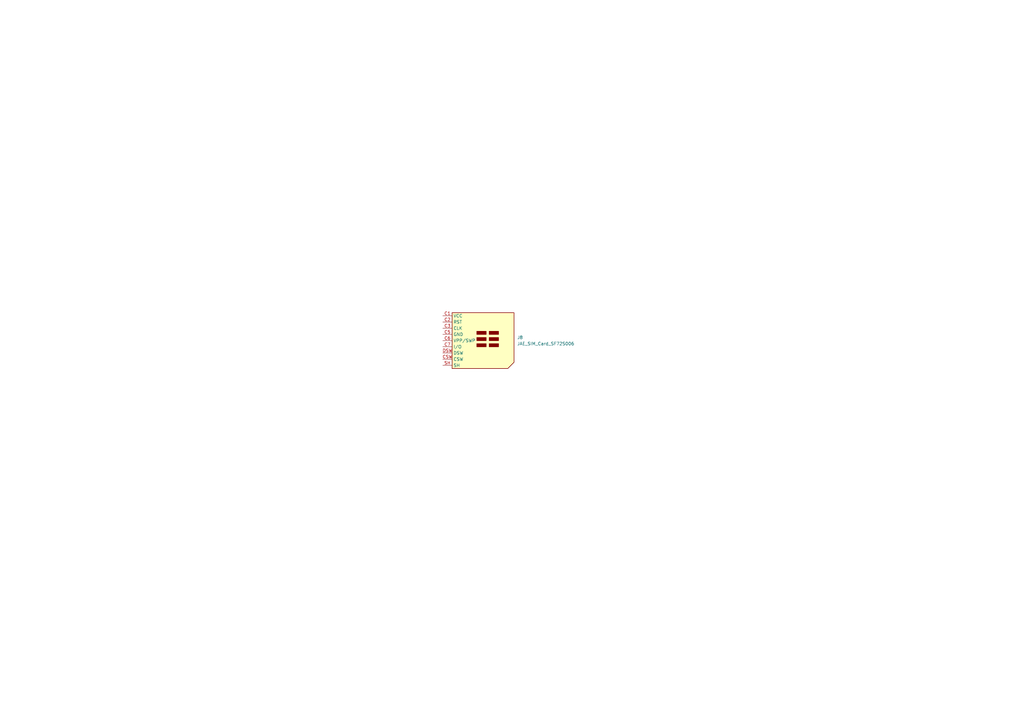
<source format=kicad_sch>
(kicad_sch (version 20250114) (generator "eeschema") (generator_version "9.0")
  (paper "A3")
  (title_block (rev "A"))
  (lib_symbols
    (symbol "Connector:JAE_SIM_Card_SF72S006"
      (property "Reference" "J" (at 5.08 12.7 0))
      (property "Value" "JAE_SIM_Card_SF72S006" (at 30.48 12.7 0))
      (symbol "JAE_SIM_Card_SF72S006_0_1"
        (polyline (pts (xy 3.81 11.43) (xy 3.81 -11.43) (xy 26.67 -11.43) (xy 29.21 -8.89) (xy 29.21 11.43) (xy 3.81 11.43)) (stroke (width 0.254)) (fill (type background)))
        (rectangle (start 13.97 2.54) (end 17.78 3.81) (stroke (width 0.254)) (fill (type outline)))
        (rectangle (start 13.97 0) (end 17.78 1.27) (stroke (width 0.254)) (fill (type outline)))
        (rectangle (start 13.97 -2.54) (end 17.78 -1.27) (stroke (width 0.254)) (fill (type outline)))
        (rectangle (start 19.05 2.54) (end 22.86 3.81) (stroke (width 0.254)) (fill (type outline)))
        (rectangle (start 19.05 0) (end 22.86 1.27) (stroke (width 0.254)) (fill (type outline)))
        (rectangle (start 19.05 -1.27) (end 22.86 -2.54) (stroke (width 0.254)) (fill (type outline)))
      )
      (symbol "JAE_SIM_Card_SF72S006_1_1"
        (pin power_in line (at 0 10.16 0) (length 3.81) (name "VCC") (number "C1"))
        (pin input line (at 0 7.62 0) (length 3.81) (name "RST") (number "C2"))
        (pin input line (at 0 5.08 0) (length 3.81) (name "CLK") (number "C3"))
        (pin power_in line (at 0 2.54 0) (length 3.81) (name "GND") (number "C5"))
        (pin bidirectional line (at 0 0 0) (length 3.81) (name "VPP/SWP") (number "C6"))
        (pin bidirectional line (at 0 -2.54 0) (length 3.81) (name "I/O") (number "C7"))
        (pin passive line (at 0 -5.08 0) (length 3.81) (name "DSW") (number "DSW"))
        (pin passive line (at 0 -7.62 0) (length 3.81) (name "CSW") (number "CSW"))
        (pin passive line (at 0 -10.16 0) (length 3.81) (name "SH") (number "SH"))
      )
    )
  )
  (symbol (lib_id "Connector:JAE_SIM_Card_SF72S006") (at 181.61 139.7 0) (unit 1)
    (property "Reference" "J8" (at 212.09 138.4299 0) (effects (justify left)))
    (property "Value" "JAE_SIM_Card_SF72S006" (at 212.09 140.9699 0) (effects (justify left)))
    (property "Footprint" "Connector_JAE:JAE_SIM_Card_SF72S006" (effects (hide yes)))
    (property "Datasheet" "https://www.jae.com/direct/topics/topics_file_download/topics_id=68892&ext_no=06&index=0&_lang=en&v=202003111511468456809" (effects (hide yes)))
    (property "Description" "Nano-SIM Card (4FF) connector with Detect Switch" (effects (hide yes)))
  )
)
</source>
